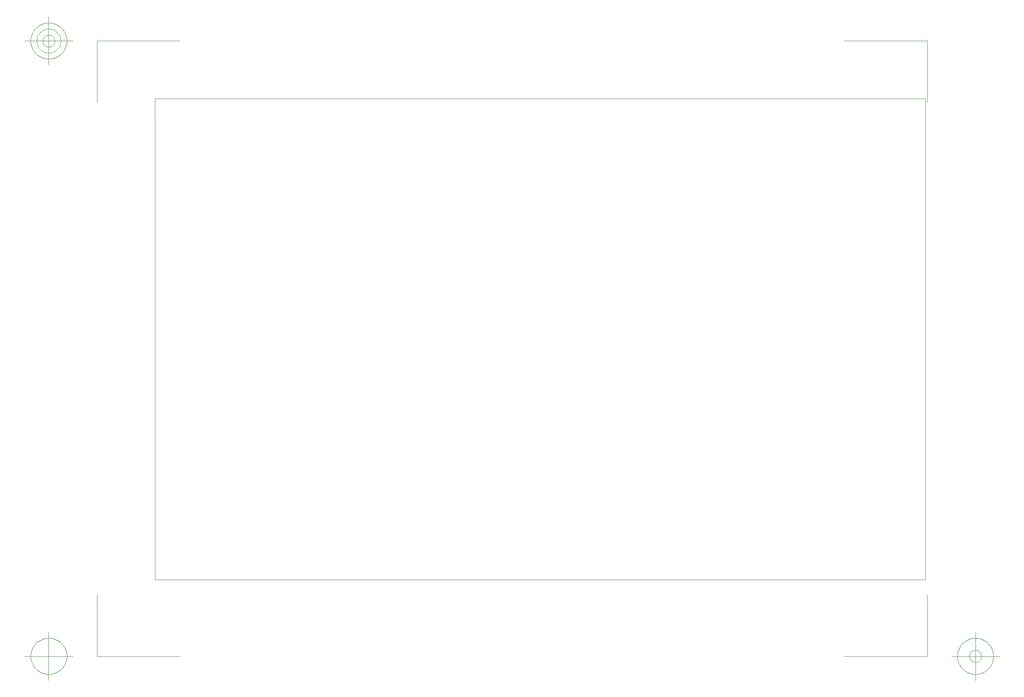
<source format=gbr>
G04 Generated by Ultiboard 10.0 *
%FSLAX25Y25*%
%MOIN*%

%ADD23C,0.00004*%
%ADD22C,0.00394*%


G04 ColorRGB 00FFFF for the following layer *
%LNLeiterplattenumriss*%
%LPD*%
%FSLAX25Y25*%
%MOIN*%
G54D23*
X0Y0D02*
X629921Y0D01*
X629921Y0D02*
X629921Y393701D01*
X629921Y393701D02*
X0Y393701D01*
X0Y393701D02*
X0Y0D01*
G54D22*
X-47512Y-62575D02*
X-47512Y-12232D01*
X-47512Y-62575D02*
X20389Y-62575D01*
X631500Y-62575D02*
X563599Y-62575D01*
X631500Y-62575D02*
X631500Y-12232D01*
X631500Y440850D02*
X631500Y390508D01*
X631500Y440850D02*
X563599Y440850D01*
X-47512Y440850D02*
X20389Y440850D01*
X-47512Y440850D02*
X-47512Y390508D01*
X-67197Y-62575D02*
X-106567Y-62575D01*
X-86882Y-82260D02*
X-86882Y-42890D01*
X-72118Y-62575D02*
X-72189Y-61128D01*
X-72189Y-61128D02*
X-72402Y-59694D01*
X-72402Y-59694D02*
X-72754Y-58289D01*
X-72754Y-58289D02*
X-73242Y-56925D01*
X-73242Y-56925D02*
X-73861Y-55615D01*
X-73861Y-55615D02*
X-74606Y-54372D01*
X-74606Y-54372D02*
X-75469Y-53209D01*
X-75469Y-53209D02*
X-76442Y-52135D01*
X-76442Y-52135D02*
X-77516Y-51162D01*
X-77516Y-51162D02*
X-78680Y-50299D01*
X-78680Y-50299D02*
X-79922Y-49554D01*
X-79922Y-49554D02*
X-81232Y-48935D01*
X-81232Y-48935D02*
X-82596Y-48447D01*
X-82596Y-48447D02*
X-84002Y-48095D01*
X-84002Y-48095D02*
X-85435Y-47882D01*
X-85435Y-47882D02*
X-86882Y-47811D01*
X-86882Y-47811D02*
X-88329Y-47882D01*
X-88329Y-47882D02*
X-89762Y-48095D01*
X-89762Y-48095D02*
X-91168Y-48447D01*
X-91168Y-48447D02*
X-92532Y-48935D01*
X-92532Y-48935D02*
X-93841Y-49554D01*
X-93841Y-49554D02*
X-95084Y-50299D01*
X-95084Y-50299D02*
X-96248Y-51162D01*
X-96248Y-51162D02*
X-97321Y-52135D01*
X-97321Y-52135D02*
X-98294Y-53209D01*
X-98294Y-53209D02*
X-99158Y-54372D01*
X-99158Y-54372D02*
X-99902Y-55615D01*
X-99902Y-55615D02*
X-100522Y-56925D01*
X-100522Y-56925D02*
X-101010Y-58289D01*
X-101010Y-58289D02*
X-101362Y-59694D01*
X-101362Y-59694D02*
X-101575Y-61128D01*
X-101575Y-61128D02*
X-101646Y-62575D01*
X-101646Y-62575D02*
X-101575Y-64022D01*
X-101575Y-64022D02*
X-101362Y-65455D01*
X-101362Y-65455D02*
X-101010Y-66860D01*
X-101010Y-66860D02*
X-100522Y-68225D01*
X-100522Y-68225D02*
X-99902Y-69534D01*
X-99902Y-69534D02*
X-99158Y-70777D01*
X-99158Y-70777D02*
X-98294Y-71941D01*
X-98294Y-71941D02*
X-97321Y-73014D01*
X-97321Y-73014D02*
X-96248Y-73987D01*
X-96248Y-73987D02*
X-95084Y-74850D01*
X-95084Y-74850D02*
X-93841Y-75595D01*
X-93841Y-75595D02*
X-92532Y-76215D01*
X-92532Y-76215D02*
X-91168Y-76703D01*
X-91168Y-76703D02*
X-89762Y-77055D01*
X-89762Y-77055D02*
X-88329Y-77267D01*
X-88329Y-77267D02*
X-86882Y-77338D01*
X-86882Y-77338D02*
X-85435Y-77267D01*
X-85435Y-77267D02*
X-84002Y-77055D01*
X-84002Y-77055D02*
X-82596Y-76703D01*
X-82596Y-76703D02*
X-81232Y-76215D01*
X-81232Y-76215D02*
X-79922Y-75595D01*
X-79922Y-75595D02*
X-78680Y-74850D01*
X-78680Y-74850D02*
X-77516Y-73987D01*
X-77516Y-73987D02*
X-76442Y-73014D01*
X-76442Y-73014D02*
X-75469Y-71941D01*
X-75469Y-71941D02*
X-74606Y-70777D01*
X-74606Y-70777D02*
X-73861Y-69534D01*
X-73861Y-69534D02*
X-73242Y-68225D01*
X-73242Y-68225D02*
X-72754Y-66860D01*
X-72754Y-66860D02*
X-72402Y-65455D01*
X-72402Y-65455D02*
X-72189Y-64022D01*
X-72189Y-64022D02*
X-72118Y-62575D01*
X651185Y-62575D02*
X690555Y-62575D01*
X670870Y-82260D02*
X670870Y-42890D01*
X685634Y-62575D02*
X685563Y-61128D01*
X685563Y-61128D02*
X685350Y-59694D01*
X685350Y-59694D02*
X684998Y-58289D01*
X684998Y-58289D02*
X684510Y-56925D01*
X684510Y-56925D02*
X683891Y-55615D01*
X683891Y-55615D02*
X683146Y-54372D01*
X683146Y-54372D02*
X682283Y-53209D01*
X682283Y-53209D02*
X681310Y-52135D01*
X681310Y-52135D02*
X680236Y-51162D01*
X680236Y-51162D02*
X679072Y-50299D01*
X679072Y-50299D02*
X677830Y-49554D01*
X677830Y-49554D02*
X676520Y-48935D01*
X676520Y-48935D02*
X675156Y-48447D01*
X675156Y-48447D02*
X673750Y-48095D01*
X673750Y-48095D02*
X672317Y-47882D01*
X672317Y-47882D02*
X670870Y-47811D01*
X670870Y-47811D02*
X669423Y-47882D01*
X669423Y-47882D02*
X667990Y-48095D01*
X667990Y-48095D02*
X666584Y-48447D01*
X666584Y-48447D02*
X665220Y-48935D01*
X665220Y-48935D02*
X663910Y-49554D01*
X663910Y-49554D02*
X662668Y-50299D01*
X662668Y-50299D02*
X661504Y-51162D01*
X661504Y-51162D02*
X660431Y-52135D01*
X660431Y-52135D02*
X659458Y-53209D01*
X659458Y-53209D02*
X658594Y-54372D01*
X658594Y-54372D02*
X657850Y-55615D01*
X657850Y-55615D02*
X657230Y-56925D01*
X657230Y-56925D02*
X656742Y-58289D01*
X656742Y-58289D02*
X656390Y-59694D01*
X656390Y-59694D02*
X656177Y-61128D01*
X656177Y-61128D02*
X656106Y-62575D01*
X656106Y-62575D02*
X656177Y-64022D01*
X656177Y-64022D02*
X656390Y-65455D01*
X656390Y-65455D02*
X656742Y-66860D01*
X656742Y-66860D02*
X657230Y-68225D01*
X657230Y-68225D02*
X657850Y-69534D01*
X657850Y-69534D02*
X658594Y-70777D01*
X658594Y-70777D02*
X659458Y-71941D01*
X659458Y-71941D02*
X660431Y-73014D01*
X660431Y-73014D02*
X661504Y-73987D01*
X661504Y-73987D02*
X662668Y-74850D01*
X662668Y-74850D02*
X663910Y-75595D01*
X663910Y-75595D02*
X665220Y-76215D01*
X665220Y-76215D02*
X666584Y-76703D01*
X666584Y-76703D02*
X667990Y-77055D01*
X667990Y-77055D02*
X669423Y-77267D01*
X669423Y-77267D02*
X670870Y-77338D01*
X670870Y-77338D02*
X672317Y-77267D01*
X672317Y-77267D02*
X673750Y-77055D01*
X673750Y-77055D02*
X675156Y-76703D01*
X675156Y-76703D02*
X676520Y-76215D01*
X676520Y-76215D02*
X677830Y-75595D01*
X677830Y-75595D02*
X679072Y-74850D01*
X679072Y-74850D02*
X680236Y-73987D01*
X680236Y-73987D02*
X681310Y-73014D01*
X681310Y-73014D02*
X682283Y-71941D01*
X682283Y-71941D02*
X683146Y-70777D01*
X683146Y-70777D02*
X683891Y-69534D01*
X683891Y-69534D02*
X684510Y-68225D01*
X684510Y-68225D02*
X684998Y-66860D01*
X684998Y-66860D02*
X685350Y-65455D01*
X685350Y-65455D02*
X685563Y-64022D01*
X685563Y-64022D02*
X685634Y-62575D01*
X675791Y-62575D02*
X675768Y-62092D01*
X675768Y-62092D02*
X675697Y-61615D01*
X675697Y-61615D02*
X675579Y-61146D01*
X675579Y-61146D02*
X675417Y-60691D01*
X675417Y-60691D02*
X675210Y-60255D01*
X675210Y-60255D02*
X674962Y-59841D01*
X674962Y-59841D02*
X674674Y-59453D01*
X674674Y-59453D02*
X674350Y-59095D01*
X674350Y-59095D02*
X673992Y-58770D01*
X673992Y-58770D02*
X673604Y-58483D01*
X673604Y-58483D02*
X673190Y-58235D01*
X673190Y-58235D02*
X672753Y-58028D01*
X672753Y-58028D02*
X672299Y-57865D01*
X672299Y-57865D02*
X671830Y-57748D01*
X671830Y-57748D02*
X671352Y-57677D01*
X671352Y-57677D02*
X670870Y-57653D01*
X670870Y-57653D02*
X670388Y-57677D01*
X670388Y-57677D02*
X669910Y-57748D01*
X669910Y-57748D02*
X669442Y-57865D01*
X669442Y-57865D02*
X668987Y-58028D01*
X668987Y-58028D02*
X668550Y-58235D01*
X668550Y-58235D02*
X668136Y-58483D01*
X668136Y-58483D02*
X667748Y-58770D01*
X667748Y-58770D02*
X667390Y-59095D01*
X667390Y-59095D02*
X667066Y-59453D01*
X667066Y-59453D02*
X666778Y-59841D01*
X666778Y-59841D02*
X666530Y-60255D01*
X666530Y-60255D02*
X666323Y-60691D01*
X666323Y-60691D02*
X666161Y-61146D01*
X666161Y-61146D02*
X666043Y-61615D01*
X666043Y-61615D02*
X665973Y-62092D01*
X665973Y-62092D02*
X665949Y-62575D01*
X665949Y-62575D02*
X665973Y-63057D01*
X665973Y-63057D02*
X666043Y-63535D01*
X666043Y-63535D02*
X666161Y-64003D01*
X666161Y-64003D02*
X666323Y-64458D01*
X666323Y-64458D02*
X666530Y-64895D01*
X666530Y-64895D02*
X666778Y-65309D01*
X666778Y-65309D02*
X667066Y-65697D01*
X667066Y-65697D02*
X667390Y-66055D01*
X667390Y-66055D02*
X667748Y-66379D01*
X667748Y-66379D02*
X668136Y-66667D01*
X668136Y-66667D02*
X668550Y-66915D01*
X668550Y-66915D02*
X668987Y-67121D01*
X668987Y-67121D02*
X669442Y-67284D01*
X669442Y-67284D02*
X669910Y-67401D01*
X669910Y-67401D02*
X670388Y-67472D01*
X670388Y-67472D02*
X670870Y-67496D01*
X670870Y-67496D02*
X671352Y-67472D01*
X671352Y-67472D02*
X671830Y-67401D01*
X671830Y-67401D02*
X672299Y-67284D01*
X672299Y-67284D02*
X672753Y-67121D01*
X672753Y-67121D02*
X673190Y-66915D01*
X673190Y-66915D02*
X673604Y-66667D01*
X673604Y-66667D02*
X673992Y-66379D01*
X673992Y-66379D02*
X674350Y-66055D01*
X674350Y-66055D02*
X674674Y-65697D01*
X674674Y-65697D02*
X674962Y-65309D01*
X674962Y-65309D02*
X675210Y-64895D01*
X675210Y-64895D02*
X675417Y-64458D01*
X675417Y-64458D02*
X675579Y-64003D01*
X675579Y-64003D02*
X675697Y-63535D01*
X675697Y-63535D02*
X675768Y-63057D01*
X675768Y-63057D02*
X675791Y-62575D01*
X-67197Y440850D02*
X-106567Y440850D01*
X-86882Y421165D02*
X-86882Y460535D01*
X-72118Y440850D02*
X-72189Y442298D01*
X-72189Y442298D02*
X-72402Y443731D01*
X-72402Y443731D02*
X-72754Y445136D01*
X-72754Y445136D02*
X-73242Y446500D01*
X-73242Y446500D02*
X-73861Y447810D01*
X-73861Y447810D02*
X-74606Y449053D01*
X-74606Y449053D02*
X-75469Y450216D01*
X-75469Y450216D02*
X-76442Y451290D01*
X-76442Y451290D02*
X-77516Y452263D01*
X-77516Y452263D02*
X-78680Y453126D01*
X-78680Y453126D02*
X-79922Y453871D01*
X-79922Y453871D02*
X-81232Y454490D01*
X-81232Y454490D02*
X-82596Y454978D01*
X-82596Y454978D02*
X-84002Y455330D01*
X-84002Y455330D02*
X-85435Y455543D01*
X-85435Y455543D02*
X-86882Y455614D01*
X-86882Y455614D02*
X-88329Y455543D01*
X-88329Y455543D02*
X-89762Y455330D01*
X-89762Y455330D02*
X-91168Y454978D01*
X-91168Y454978D02*
X-92532Y454490D01*
X-92532Y454490D02*
X-93841Y453871D01*
X-93841Y453871D02*
X-95084Y453126D01*
X-95084Y453126D02*
X-96248Y452263D01*
X-96248Y452263D02*
X-97321Y451290D01*
X-97321Y451290D02*
X-98294Y450216D01*
X-98294Y450216D02*
X-99158Y449053D01*
X-99158Y449053D02*
X-99902Y447810D01*
X-99902Y447810D02*
X-100522Y446500D01*
X-100522Y446500D02*
X-101010Y445136D01*
X-101010Y445136D02*
X-101362Y443731D01*
X-101362Y443731D02*
X-101575Y442298D01*
X-101575Y442298D02*
X-101646Y440850D01*
X-101646Y440850D02*
X-101575Y439403D01*
X-101575Y439403D02*
X-101362Y437970D01*
X-101362Y437970D02*
X-101010Y436565D01*
X-101010Y436565D02*
X-100522Y435201D01*
X-100522Y435201D02*
X-99902Y433891D01*
X-99902Y433891D02*
X-99158Y432648D01*
X-99158Y432648D02*
X-98294Y431484D01*
X-98294Y431484D02*
X-97321Y430411D01*
X-97321Y430411D02*
X-96248Y429438D01*
X-96248Y429438D02*
X-95084Y428575D01*
X-95084Y428575D02*
X-93841Y427830D01*
X-93841Y427830D02*
X-92532Y427210D01*
X-92532Y427210D02*
X-91168Y426722D01*
X-91168Y426722D02*
X-89762Y426370D01*
X-89762Y426370D02*
X-88329Y426158D01*
X-88329Y426158D02*
X-86882Y426087D01*
X-86882Y426087D02*
X-85435Y426158D01*
X-85435Y426158D02*
X-84002Y426370D01*
X-84002Y426370D02*
X-82596Y426722D01*
X-82596Y426722D02*
X-81232Y427210D01*
X-81232Y427210D02*
X-79922Y427830D01*
X-79922Y427830D02*
X-78680Y428575D01*
X-78680Y428575D02*
X-77516Y429438D01*
X-77516Y429438D02*
X-76442Y430411D01*
X-76442Y430411D02*
X-75469Y431484D01*
X-75469Y431484D02*
X-74606Y432648D01*
X-74606Y432648D02*
X-73861Y433891D01*
X-73861Y433891D02*
X-73242Y435201D01*
X-73242Y435201D02*
X-72754Y436565D01*
X-72754Y436565D02*
X-72402Y437970D01*
X-72402Y437970D02*
X-72189Y439403D01*
X-72189Y439403D02*
X-72118Y440850D01*
X-77039Y440850D02*
X-77087Y441815D01*
X-77087Y441815D02*
X-77228Y442771D01*
X-77228Y442771D02*
X-77463Y443708D01*
X-77463Y443708D02*
X-77789Y444617D01*
X-77789Y444617D02*
X-78202Y445490D01*
X-78202Y445490D02*
X-78698Y446319D01*
X-78698Y446319D02*
X-79274Y447094D01*
X-79274Y447094D02*
X-79922Y447810D01*
X-79922Y447810D02*
X-80638Y448459D01*
X-80638Y448459D02*
X-81414Y449034D01*
X-81414Y449034D02*
X-82242Y449531D01*
X-82242Y449531D02*
X-83115Y449944D01*
X-83115Y449944D02*
X-84025Y450269D01*
X-84025Y450269D02*
X-84962Y450504D01*
X-84962Y450504D02*
X-85917Y450646D01*
X-85917Y450646D02*
X-86882Y450693D01*
X-86882Y450693D02*
X-87847Y450646D01*
X-87847Y450646D02*
X-88802Y450504D01*
X-88802Y450504D02*
X-89739Y450269D01*
X-89739Y450269D02*
X-90648Y449944D01*
X-90648Y449944D02*
X-91522Y449531D01*
X-91522Y449531D02*
X-92350Y449034D01*
X-92350Y449034D02*
X-93126Y448459D01*
X-93126Y448459D02*
X-93842Y447810D01*
X-93842Y447810D02*
X-94490Y447094D01*
X-94490Y447094D02*
X-95066Y446319D01*
X-95066Y446319D02*
X-95562Y445490D01*
X-95562Y445490D02*
X-95975Y444617D01*
X-95975Y444617D02*
X-96301Y443708D01*
X-96301Y443708D02*
X-96535Y442771D01*
X-96535Y442771D02*
X-96677Y441815D01*
X-96677Y441815D02*
X-96724Y440850D01*
X-96724Y440850D02*
X-96677Y439886D01*
X-96677Y439886D02*
X-96535Y438930D01*
X-96535Y438930D02*
X-96301Y437993D01*
X-96301Y437993D02*
X-95975Y437084D01*
X-95975Y437084D02*
X-95562Y436211D01*
X-95562Y436211D02*
X-95066Y435382D01*
X-95066Y435382D02*
X-94490Y434606D01*
X-94490Y434606D02*
X-93842Y433891D01*
X-93842Y433891D02*
X-93126Y433242D01*
X-93126Y433242D02*
X-92350Y432667D01*
X-92350Y432667D02*
X-91522Y432170D01*
X-91522Y432170D02*
X-90648Y431757D01*
X-90648Y431757D02*
X-89739Y431432D01*
X-89739Y431432D02*
X-88802Y431197D01*
X-88802Y431197D02*
X-87847Y431055D01*
X-87847Y431055D02*
X-86882Y431008D01*
X-86882Y431008D02*
X-85917Y431055D01*
X-85917Y431055D02*
X-84962Y431197D01*
X-84962Y431197D02*
X-84025Y431432D01*
X-84025Y431432D02*
X-83115Y431757D01*
X-83115Y431757D02*
X-82242Y432170D01*
X-82242Y432170D02*
X-81414Y432667D01*
X-81414Y432667D02*
X-80638Y433242D01*
X-80638Y433242D02*
X-79922Y433891D01*
X-79922Y433891D02*
X-79274Y434606D01*
X-79274Y434606D02*
X-78698Y435382D01*
X-78698Y435382D02*
X-78202Y436211D01*
X-78202Y436211D02*
X-77789Y437084D01*
X-77789Y437084D02*
X-77463Y437993D01*
X-77463Y437993D02*
X-77228Y438930D01*
X-77228Y438930D02*
X-77087Y439886D01*
X-77087Y439886D02*
X-77039Y440850D01*
X-81961Y440850D02*
X-81984Y441333D01*
X-81984Y441333D02*
X-82055Y441810D01*
X-82055Y441810D02*
X-82173Y442279D01*
X-82173Y442279D02*
X-82335Y442734D01*
X-82335Y442734D02*
X-82542Y443170D01*
X-82542Y443170D02*
X-82790Y443585D01*
X-82790Y443585D02*
X-83078Y443972D01*
X-83078Y443972D02*
X-83402Y444330D01*
X-83402Y444330D02*
X-83760Y444655D01*
X-83760Y444655D02*
X-84148Y444942D01*
X-84148Y444942D02*
X-84562Y445191D01*
X-84562Y445191D02*
X-84999Y445397D01*
X-84999Y445397D02*
X-85453Y445560D01*
X-85453Y445560D02*
X-85922Y445677D01*
X-85922Y445677D02*
X-86400Y445748D01*
X-86400Y445748D02*
X-86882Y445772D01*
X-86882Y445772D02*
X-87364Y445748D01*
X-87364Y445748D02*
X-87842Y445677D01*
X-87842Y445677D02*
X-88310Y445560D01*
X-88310Y445560D02*
X-88765Y445397D01*
X-88765Y445397D02*
X-89202Y445191D01*
X-89202Y445191D02*
X-89616Y444942D01*
X-89616Y444942D02*
X-90004Y444655D01*
X-90004Y444655D02*
X-90362Y444330D01*
X-90362Y444330D02*
X-90686Y443972D01*
X-90686Y443972D02*
X-90974Y443585D01*
X-90974Y443585D02*
X-91222Y443170D01*
X-91222Y443170D02*
X-91429Y442734D01*
X-91429Y442734D02*
X-91591Y442279D01*
X-91591Y442279D02*
X-91709Y441810D01*
X-91709Y441810D02*
X-91779Y441333D01*
X-91779Y441333D02*
X-91803Y440850D01*
X-91803Y440850D02*
X-91779Y440368D01*
X-91779Y440368D02*
X-91709Y439890D01*
X-91709Y439890D02*
X-91591Y439422D01*
X-91591Y439422D02*
X-91429Y438967D01*
X-91429Y438967D02*
X-91222Y438531D01*
X-91222Y438531D02*
X-90974Y438116D01*
X-90974Y438116D02*
X-90686Y437728D01*
X-90686Y437728D02*
X-90362Y437371D01*
X-90362Y437371D02*
X-90004Y437046D01*
X-90004Y437046D02*
X-89616Y436759D01*
X-89616Y436759D02*
X-89202Y436510D01*
X-89202Y436510D02*
X-88765Y436304D01*
X-88765Y436304D02*
X-88310Y436141D01*
X-88310Y436141D02*
X-87842Y436024D01*
X-87842Y436024D02*
X-87364Y435953D01*
X-87364Y435953D02*
X-86882Y435929D01*
X-86882Y435929D02*
X-86400Y435953D01*
X-86400Y435953D02*
X-85922Y436024D01*
X-85922Y436024D02*
X-85453Y436141D01*
X-85453Y436141D02*
X-84999Y436304D01*
X-84999Y436304D02*
X-84562Y436510D01*
X-84562Y436510D02*
X-84148Y436759D01*
X-84148Y436759D02*
X-83760Y437046D01*
X-83760Y437046D02*
X-83402Y437371D01*
X-83402Y437371D02*
X-83078Y437728D01*
X-83078Y437728D02*
X-82790Y438116D01*
X-82790Y438116D02*
X-82542Y438531D01*
X-82542Y438531D02*
X-82335Y438967D01*
X-82335Y438967D02*
X-82173Y439422D01*
X-82173Y439422D02*
X-82055Y439890D01*
X-82055Y439890D02*
X-81984Y440368D01*
X-81984Y440368D02*
X-81961Y440850D01*

M00*

</source>
